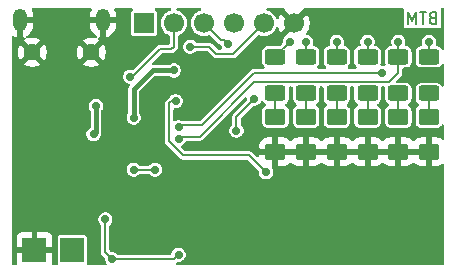
<source format=gbl>
G04 #@! TF.GenerationSoftware,KiCad,Pcbnew,9.0.1*
G04 #@! TF.CreationDate,2025-09-23T20:37:19+02:00*
G04 #@! TF.ProjectId,blikac-smd,626c696b-6163-42d7-936d-642e6b696361,rev?*
G04 #@! TF.SameCoordinates,Original*
G04 #@! TF.FileFunction,Copper,L2,Bot*
G04 #@! TF.FilePolarity,Positive*
%FSLAX46Y46*%
G04 Gerber Fmt 4.6, Leading zero omitted, Abs format (unit mm)*
G04 Created by KiCad (PCBNEW 9.0.1) date 2025-09-23 20:37:19*
%MOMM*%
%LPD*%
G01*
G04 APERTURE LIST*
G04 Aperture macros list*
%AMRoundRect*
0 Rectangle with rounded corners*
0 $1 Rounding radius*
0 $2 $3 $4 $5 $6 $7 $8 $9 X,Y pos of 4 corners*
0 Add a 4 corners polygon primitive as box body*
4,1,4,$2,$3,$4,$5,$6,$7,$8,$9,$2,$3,0*
0 Add four circle primitives for the rounded corners*
1,1,$1+$1,$2,$3*
1,1,$1+$1,$4,$5*
1,1,$1+$1,$6,$7*
1,1,$1+$1,$8,$9*
0 Add four rect primitives between the rounded corners*
20,1,$1+$1,$2,$3,$4,$5,0*
20,1,$1+$1,$4,$5,$6,$7,0*
20,1,$1+$1,$6,$7,$8,$9,0*
20,1,$1+$1,$8,$9,$2,$3,0*%
G04 Aperture macros list end*
%ADD10C,0.200000*%
G04 #@! TA.AperFunction,NonConductor*
%ADD11C,0.200000*%
G04 #@! TD*
G04 #@! TA.AperFunction,ComponentPad*
%ADD12R,2.000000X2.000000*%
G04 #@! TD*
G04 #@! TA.AperFunction,ComponentPad*
%ADD13R,1.700000X1.700000*%
G04 #@! TD*
G04 #@! TA.AperFunction,ComponentPad*
%ADD14C,1.700000*%
G04 #@! TD*
G04 #@! TA.AperFunction,HeatsinkPad*
%ADD15O,1.200000X1.900000*%
G04 #@! TD*
G04 #@! TA.AperFunction,HeatsinkPad*
%ADD16C,1.450000*%
G04 #@! TD*
G04 #@! TA.AperFunction,SMDPad,CuDef*
%ADD17RoundRect,0.250001X0.624999X-0.462499X0.624999X0.462499X-0.624999X0.462499X-0.624999X-0.462499X0*%
G04 #@! TD*
G04 #@! TA.AperFunction,SMDPad,CuDef*
%ADD18RoundRect,0.250000X0.625000X-0.400000X0.625000X0.400000X-0.625000X0.400000X-0.625000X-0.400000X0*%
G04 #@! TD*
G04 #@! TA.AperFunction,ViaPad*
%ADD19C,0.700000*%
G04 #@! TD*
G04 #@! TA.AperFunction,Conductor*
%ADD20C,0.400000*%
G04 #@! TD*
G04 #@! TA.AperFunction,Conductor*
%ADD21C,0.200000*%
G04 #@! TD*
G04 APERTURE END LIST*
D10*
D11*
X156496993Y-66743409D02*
X156354136Y-66791028D01*
X156354136Y-66791028D02*
X156306517Y-66838647D01*
X156306517Y-66838647D02*
X156258898Y-66933885D01*
X156258898Y-66933885D02*
X156258898Y-67076742D01*
X156258898Y-67076742D02*
X156306517Y-67171980D01*
X156306517Y-67171980D02*
X156354136Y-67219600D01*
X156354136Y-67219600D02*
X156449374Y-67267219D01*
X156449374Y-67267219D02*
X156830326Y-67267219D01*
X156830326Y-67267219D02*
X156830326Y-66267219D01*
X156830326Y-66267219D02*
X156496993Y-66267219D01*
X156496993Y-66267219D02*
X156401755Y-66314838D01*
X156401755Y-66314838D02*
X156354136Y-66362457D01*
X156354136Y-66362457D02*
X156306517Y-66457695D01*
X156306517Y-66457695D02*
X156306517Y-66552933D01*
X156306517Y-66552933D02*
X156354136Y-66648171D01*
X156354136Y-66648171D02*
X156401755Y-66695790D01*
X156401755Y-66695790D02*
X156496993Y-66743409D01*
X156496993Y-66743409D02*
X156830326Y-66743409D01*
X155973183Y-66267219D02*
X155401755Y-66267219D01*
X155687469Y-67267219D02*
X155687469Y-66267219D01*
X155068421Y-67267219D02*
X155068421Y-66267219D01*
X155068421Y-66267219D02*
X154735088Y-66981504D01*
X154735088Y-66981504D02*
X154401755Y-66267219D01*
X154401755Y-66267219D02*
X154401755Y-67267219D01*
D12*
X126000000Y-86400000D03*
X122800000Y-86400000D03*
D13*
X132060000Y-67200000D03*
D14*
X134600000Y-67200000D03*
X137140000Y-67200000D03*
X139680000Y-67200000D03*
X142220000Y-67200000D03*
X144760000Y-67200000D03*
D15*
X128600000Y-66962500D03*
D16*
X127600000Y-69662500D03*
X122600000Y-69662500D03*
D15*
X121600000Y-66962500D03*
D17*
X151000000Y-78087500D03*
X151000000Y-75112500D03*
D18*
X148400000Y-73150000D03*
X148400000Y-70050000D03*
D17*
X145800000Y-78087500D03*
X145800000Y-75112500D03*
D18*
X145800000Y-73150000D03*
X145800000Y-70050000D03*
D17*
X148400000Y-78087500D03*
X148400000Y-75112500D03*
D18*
X156200000Y-73150000D03*
X156200000Y-70050000D03*
D17*
X143200000Y-78087500D03*
X143200000Y-75112500D03*
X156200000Y-78087500D03*
X156200000Y-75112500D03*
X153600000Y-78087500D03*
X153600000Y-75112500D03*
D18*
X151000000Y-73150000D03*
X151000000Y-70050000D03*
X143200000Y-73150000D03*
X143200000Y-70050000D03*
X153600000Y-73150000D03*
X153600000Y-70050000D03*
D19*
X128000000Y-74200000D03*
X127800000Y-76600000D03*
X123400000Y-71600000D03*
X126200000Y-76200000D03*
X139800000Y-70600000D03*
X129600000Y-79200000D03*
X134400000Y-83200000D03*
X141400000Y-76800000D03*
X141600000Y-80400000D03*
X122400000Y-83400000D03*
X131200000Y-75200000D03*
X133000000Y-79600000D03*
X131200000Y-79600000D03*
X134600000Y-71200000D03*
X134749000Y-73800000D03*
X142400000Y-79800000D03*
X130901000Y-71723265D03*
X136000000Y-69200000D03*
X139200000Y-69000000D03*
X135000000Y-86800000D03*
X129400000Y-87200000D03*
X128800000Y-83800000D03*
X144400000Y-68800000D03*
X145800000Y-68800000D03*
X148400000Y-68800000D03*
X139900000Y-76300000D03*
X151000000Y-68800000D03*
X141400000Y-73600000D03*
X135000000Y-77000000D03*
X153600000Y-68800000D03*
X152200000Y-71400000D03*
X135000000Y-76000000D03*
X156200000Y-68800000D03*
D20*
X128000000Y-74200000D02*
X128000000Y-76400000D01*
X128000000Y-76400000D02*
X127800000Y-76600000D01*
X143200000Y-78087500D02*
X141912500Y-78087500D01*
X141912500Y-78087500D02*
X141400000Y-77575000D01*
X141400000Y-77575000D02*
X141400000Y-76800000D01*
X156200000Y-78087500D02*
X143200000Y-78087500D01*
D21*
X133000000Y-79600000D02*
X131200000Y-79600000D01*
D20*
X131200000Y-72800000D02*
X132800000Y-71200000D01*
X132800000Y-71200000D02*
X134600000Y-71200000D01*
X131200000Y-75200000D02*
X131200000Y-72800000D01*
D21*
X134399000Y-73800000D02*
X134200000Y-73999000D01*
X134749000Y-73800000D02*
X134399000Y-73800000D01*
X134200000Y-73999000D02*
X134200000Y-77200000D01*
X135400000Y-78400000D02*
X141000000Y-78400000D01*
X141000000Y-78400000D02*
X142400000Y-79800000D01*
X134200000Y-77200000D02*
X135400000Y-78400000D01*
X143200000Y-73150000D02*
X143200000Y-75112500D01*
X145800000Y-73150000D02*
X145800000Y-75112500D01*
X148400000Y-73150000D02*
X148400000Y-75112500D01*
X151000000Y-73150000D02*
X151000000Y-75112500D01*
X153600000Y-73150000D02*
X153600000Y-75112500D01*
X156200000Y-73150000D02*
X156200000Y-75112500D01*
X134400000Y-69400000D02*
X134600000Y-69200000D01*
X130901000Y-71723265D02*
X131076735Y-71723265D01*
X133400000Y-69400000D02*
X134400000Y-69400000D01*
X134600000Y-69200000D02*
X134600000Y-67200000D01*
X131076735Y-71723265D02*
X133400000Y-69400000D01*
X136000000Y-69200000D02*
X137600000Y-69200000D01*
X137600000Y-69200000D02*
X138200000Y-69800000D01*
X139620000Y-69800000D02*
X142220000Y-67200000D01*
X138200000Y-69800000D02*
X139620000Y-69800000D01*
X139200000Y-69000000D02*
X138860000Y-68660000D01*
X138860000Y-68660000D02*
X138600000Y-68660000D01*
X138600000Y-68660000D02*
X137140000Y-67200000D01*
X134600000Y-87200000D02*
X129400000Y-87200000D01*
X135000000Y-86800000D02*
X134600000Y-87200000D01*
X128800000Y-83800000D02*
X128800000Y-86600000D01*
X128800000Y-86600000D02*
X129400000Y-87200000D01*
X143200000Y-70050000D02*
X143200000Y-70000000D01*
X143200000Y-70000000D02*
X144400000Y-68800000D01*
X145800000Y-70050000D02*
X145800000Y-70000000D01*
X145800000Y-70000000D02*
X145800000Y-68800000D01*
X148400000Y-70050000D02*
X148400000Y-68800000D01*
X139900000Y-75100000D02*
X139900000Y-76300000D01*
X141400000Y-73600000D02*
X139900000Y-75100000D01*
X151000000Y-70050000D02*
X151000000Y-68800000D01*
X152800000Y-72200000D02*
X153600000Y-71400000D01*
X135000000Y-77000000D02*
X135200000Y-76800000D01*
X141400000Y-72200000D02*
X152800000Y-72200000D01*
X153600000Y-70050000D02*
X153600000Y-68800000D01*
X136800000Y-76800000D02*
X141400000Y-72200000D01*
X135200000Y-76800000D02*
X136800000Y-76800000D01*
X153600000Y-71400000D02*
X153600000Y-70050000D01*
X141400000Y-71400000D02*
X137000000Y-75800000D01*
X156200000Y-70050000D02*
X156200000Y-68800000D01*
X137000000Y-75800000D02*
X135200000Y-75800000D01*
X135200000Y-75800000D02*
X135000000Y-76000000D01*
X152200000Y-71400000D02*
X141400000Y-71400000D01*
G04 #@! TA.AperFunction,Conductor*
G36*
X127592913Y-65920185D02*
G01*
X127638668Y-65972989D01*
X127648612Y-66042147D01*
X127636359Y-66080795D01*
X127580591Y-66190242D01*
X127527085Y-66354915D01*
X127500000Y-66525928D01*
X127500000Y-66712500D01*
X128300000Y-66712500D01*
X128300000Y-67212500D01*
X127500000Y-67212500D01*
X127500000Y-67399071D01*
X127527085Y-67570084D01*
X127580591Y-67734757D01*
X127659195Y-67889024D01*
X127760967Y-68029102D01*
X127883397Y-68151532D01*
X128023483Y-68253310D01*
X128027627Y-68255849D01*
X128026718Y-68257331D01*
X128072056Y-68300141D01*
X128088860Y-68367959D01*
X128066330Y-68434097D01*
X128011621Y-68477555D01*
X127942101Y-68484536D01*
X127926656Y-68480595D01*
X127886858Y-68467664D01*
X127696409Y-68437500D01*
X127503591Y-68437500D01*
X127313143Y-68467664D01*
X127129765Y-68527246D01*
X127129762Y-68527247D01*
X126957955Y-68614788D01*
X126957950Y-68614792D01*
X126927771Y-68636716D01*
X126927771Y-68636719D01*
X127531828Y-69240774D01*
X127435956Y-69266463D01*
X127339044Y-69322416D01*
X127259916Y-69401544D01*
X127203963Y-69498456D01*
X127178274Y-69594327D01*
X126574219Y-68990271D01*
X126574216Y-68990271D01*
X126552292Y-69020450D01*
X126552288Y-69020455D01*
X126464747Y-69192262D01*
X126464746Y-69192265D01*
X126405164Y-69375643D01*
X126375000Y-69566090D01*
X126375000Y-69758909D01*
X126405164Y-69949356D01*
X126464746Y-70132734D01*
X126464747Y-70132737D01*
X126552288Y-70304543D01*
X126574217Y-70334727D01*
X126574218Y-70334727D01*
X127178274Y-69730671D01*
X127203963Y-69826544D01*
X127259916Y-69923456D01*
X127339044Y-70002584D01*
X127435956Y-70058537D01*
X127531827Y-70084225D01*
X126927771Y-70688280D01*
X126927771Y-70688281D01*
X126957957Y-70710212D01*
X127129762Y-70797752D01*
X127129765Y-70797753D01*
X127313143Y-70857335D01*
X127503591Y-70887500D01*
X127696409Y-70887500D01*
X127886856Y-70857335D01*
X128070234Y-70797753D01*
X128070237Y-70797752D01*
X128242040Y-70710213D01*
X128272227Y-70688280D01*
X128272228Y-70688280D01*
X127668173Y-70084225D01*
X127764044Y-70058537D01*
X127860956Y-70002584D01*
X127940084Y-69923456D01*
X127996037Y-69826544D01*
X128021725Y-69730673D01*
X128625780Y-70334728D01*
X128625780Y-70334727D01*
X128647713Y-70304540D01*
X128735252Y-70132737D01*
X128735253Y-70132734D01*
X128794835Y-69949356D01*
X128825000Y-69758909D01*
X128825000Y-69566090D01*
X128794835Y-69375643D01*
X128735253Y-69192265D01*
X128735252Y-69192262D01*
X128647712Y-69020457D01*
X128625781Y-68990271D01*
X128625780Y-68990271D01*
X128021725Y-69594326D01*
X127996037Y-69498456D01*
X127940084Y-69401544D01*
X127860956Y-69322416D01*
X127764044Y-69266463D01*
X127668172Y-69240774D01*
X128272227Y-68636718D01*
X128272227Y-68636717D01*
X128242040Y-68614786D01*
X128226713Y-68606976D01*
X128175918Y-68559000D01*
X128159125Y-68491179D01*
X128181664Y-68425045D01*
X128236381Y-68381595D01*
X128305902Y-68374624D01*
X128321332Y-68378563D01*
X128342416Y-68385414D01*
X128342414Y-68385414D01*
X128349999Y-68386615D01*
X128350000Y-68386614D01*
X128350000Y-67479488D01*
X128359940Y-67496705D01*
X128415795Y-67552560D01*
X128484204Y-67592056D01*
X128560504Y-67612500D01*
X128639496Y-67612500D01*
X128715796Y-67592056D01*
X128784205Y-67552560D01*
X128840060Y-67496705D01*
X128850000Y-67479488D01*
X128850000Y-68386615D01*
X128857584Y-68385414D01*
X129022255Y-68331908D01*
X129176524Y-68253304D01*
X129316602Y-68151532D01*
X129439032Y-68029102D01*
X129540804Y-67889024D01*
X129619408Y-67734757D01*
X129672914Y-67570084D01*
X129700000Y-67399071D01*
X129700000Y-67212500D01*
X128900000Y-67212500D01*
X128900000Y-66712500D01*
X129700000Y-66712500D01*
X129700000Y-66525928D01*
X129672914Y-66354915D01*
X129619408Y-66190242D01*
X129563641Y-66080795D01*
X129550745Y-66012126D01*
X129577021Y-65947386D01*
X129634127Y-65907128D01*
X129674126Y-65900500D01*
X131023063Y-65900500D01*
X131090102Y-65920185D01*
X131135857Y-65972989D01*
X131145801Y-66042147D01*
X131116776Y-66105703D01*
X131091955Y-66127600D01*
X131029399Y-66169399D01*
X130974033Y-66252260D01*
X130974032Y-66252264D01*
X130959500Y-66325321D01*
X130959500Y-68074678D01*
X130974032Y-68147735D01*
X130974033Y-68147739D01*
X130977915Y-68153549D01*
X131029399Y-68230601D01*
X131103632Y-68280201D01*
X131112260Y-68285966D01*
X131112264Y-68285967D01*
X131185321Y-68300499D01*
X131185324Y-68300500D01*
X131185326Y-68300500D01*
X132934676Y-68300500D01*
X132934677Y-68300499D01*
X133007740Y-68285966D01*
X133090601Y-68230601D01*
X133145966Y-68147740D01*
X133160500Y-68074674D01*
X133160500Y-66325326D01*
X133160500Y-66325323D01*
X133160499Y-66325321D01*
X133145967Y-66252264D01*
X133145966Y-66252260D01*
X133090601Y-66169399D01*
X133028045Y-66127601D01*
X132983241Y-66073991D01*
X132974534Y-66004666D01*
X133004688Y-65941638D01*
X133064131Y-65904918D01*
X133096937Y-65900500D01*
X134255253Y-65900500D01*
X134322292Y-65920185D01*
X134368047Y-65972989D01*
X134377991Y-66042147D01*
X134348966Y-66105703D01*
X134293571Y-66142430D01*
X134210572Y-66169399D01*
X134177552Y-66180128D01*
X134023211Y-66258768D01*
X133949256Y-66312500D01*
X133883072Y-66360586D01*
X133883070Y-66360588D01*
X133883069Y-66360588D01*
X133760588Y-66483069D01*
X133760588Y-66483070D01*
X133760586Y-66483072D01*
X133750682Y-66496704D01*
X133658768Y-66623211D01*
X133580128Y-66777552D01*
X133526597Y-66942302D01*
X133499500Y-67113389D01*
X133499500Y-67286610D01*
X133526597Y-67457697D01*
X133526597Y-67457699D01*
X133526598Y-67457701D01*
X133580127Y-67622445D01*
X133658768Y-67776788D01*
X133760586Y-67916928D01*
X133883072Y-68039414D01*
X133931606Y-68074676D01*
X134023213Y-68141233D01*
X134181794Y-68222033D01*
X134232591Y-68270007D01*
X134249500Y-68332518D01*
X134249500Y-68925500D01*
X134229815Y-68992539D01*
X134177011Y-69038294D01*
X134125500Y-69049500D01*
X133353856Y-69049500D01*
X133264712Y-69073386D01*
X133264709Y-69073387D01*
X133184791Y-69119527D01*
X133184786Y-69119531D01*
X131189593Y-71114723D01*
X131128270Y-71148208D01*
X131069820Y-71146817D01*
X130980057Y-71122765D01*
X130821943Y-71122765D01*
X130669216Y-71163688D01*
X130669209Y-71163691D01*
X130532290Y-71242740D01*
X130532282Y-71242746D01*
X130420481Y-71354547D01*
X130420475Y-71354555D01*
X130341426Y-71491474D01*
X130341423Y-71491481D01*
X130300500Y-71644208D01*
X130300500Y-71802322D01*
X130313142Y-71849500D01*
X130341423Y-71955048D01*
X130341426Y-71955055D01*
X130420475Y-72091974D01*
X130420479Y-72091979D01*
X130420480Y-72091981D01*
X130532284Y-72203785D01*
X130532286Y-72203786D01*
X130532290Y-72203789D01*
X130622566Y-72255909D01*
X130669216Y-72282842D01*
X130785779Y-72314075D01*
X130845439Y-72350439D01*
X130875968Y-72413286D01*
X130867673Y-72482661D01*
X130841372Y-72521524D01*
X130839516Y-72523379D01*
X130839509Y-72523389D01*
X130780201Y-72626112D01*
X130780200Y-72626117D01*
X130749500Y-72740691D01*
X130749500Y-74750069D01*
X130729815Y-74817108D01*
X130723875Y-74825557D01*
X130719475Y-74831290D01*
X130640426Y-74968209D01*
X130640423Y-74968216D01*
X130599500Y-75120943D01*
X130599500Y-75279057D01*
X130635439Y-75413181D01*
X130640423Y-75431783D01*
X130640426Y-75431790D01*
X130719475Y-75568709D01*
X130719479Y-75568714D01*
X130719480Y-75568716D01*
X130831284Y-75680520D01*
X130831286Y-75680521D01*
X130831290Y-75680524D01*
X130951458Y-75749902D01*
X130968216Y-75759577D01*
X131120943Y-75800500D01*
X131120945Y-75800500D01*
X131279055Y-75800500D01*
X131279057Y-75800500D01*
X131431784Y-75759577D01*
X131568716Y-75680520D01*
X131680520Y-75568716D01*
X131759577Y-75431784D01*
X131800500Y-75279057D01*
X131800500Y-75120943D01*
X131759577Y-74968216D01*
X131751420Y-74954087D01*
X131680524Y-74831290D01*
X131680521Y-74831287D01*
X131680520Y-74831284D01*
X131680517Y-74831281D01*
X131676125Y-74825557D01*
X131650930Y-74760388D01*
X131650500Y-74750069D01*
X131650500Y-73037965D01*
X131670185Y-72970926D01*
X131686819Y-72950284D01*
X132950285Y-71686819D01*
X133011608Y-71653334D01*
X133037966Y-71650500D01*
X134150069Y-71650500D01*
X134217108Y-71670185D01*
X134225557Y-71676125D01*
X134231281Y-71680517D01*
X134231284Y-71680520D01*
X134231287Y-71680521D01*
X134231290Y-71680524D01*
X134352494Y-71750500D01*
X134368216Y-71759577D01*
X134520943Y-71800500D01*
X134520945Y-71800500D01*
X134679055Y-71800500D01*
X134679057Y-71800500D01*
X134831784Y-71759577D01*
X134968716Y-71680520D01*
X135080520Y-71568716D01*
X135159577Y-71431784D01*
X135200500Y-71279057D01*
X135200500Y-71120943D01*
X135159577Y-70968216D01*
X135155818Y-70961705D01*
X135080524Y-70831290D01*
X135080518Y-70831282D01*
X134968717Y-70719481D01*
X134968709Y-70719475D01*
X134831790Y-70640426D01*
X134831786Y-70640424D01*
X134831784Y-70640423D01*
X134679057Y-70599500D01*
X134520943Y-70599500D01*
X134368216Y-70640423D01*
X134368209Y-70640426D01*
X134231290Y-70719475D01*
X134225557Y-70723875D01*
X134160388Y-70749070D01*
X134150069Y-70749500D01*
X132845544Y-70749500D01*
X132778505Y-70729815D01*
X132732750Y-70677011D01*
X132722806Y-70607853D01*
X132751831Y-70544297D01*
X132757863Y-70537819D01*
X133508863Y-69786819D01*
X133570186Y-69753334D01*
X133596544Y-69750500D01*
X134446142Y-69750500D01*
X134446144Y-69750500D01*
X134535288Y-69726614D01*
X134547556Y-69719531D01*
X134615212Y-69680470D01*
X134880470Y-69415212D01*
X134926614Y-69335288D01*
X134950500Y-69246143D01*
X134950500Y-69153856D01*
X134950500Y-68332518D01*
X134970185Y-68265479D01*
X135018206Y-68222033D01*
X135176786Y-68141233D01*
X135176785Y-68141233D01*
X135176788Y-68141232D01*
X135316928Y-68039414D01*
X135439414Y-67916928D01*
X135541232Y-67776788D01*
X135619873Y-67622445D01*
X135673402Y-67457701D01*
X135700500Y-67286611D01*
X135700500Y-67113389D01*
X135673402Y-66942299D01*
X135619873Y-66777555D01*
X135541232Y-66623212D01*
X135439414Y-66483072D01*
X135316928Y-66360586D01*
X135176788Y-66258768D01*
X135022445Y-66180127D01*
X134906428Y-66142430D01*
X134848753Y-66102993D01*
X134821555Y-66038635D01*
X134833470Y-65969788D01*
X134880714Y-65918313D01*
X134944747Y-65900500D01*
X136795253Y-65900500D01*
X136862292Y-65920185D01*
X136908047Y-65972989D01*
X136917991Y-66042147D01*
X136888966Y-66105703D01*
X136833571Y-66142430D01*
X136750572Y-66169399D01*
X136717552Y-66180128D01*
X136563211Y-66258768D01*
X136489256Y-66312500D01*
X136423072Y-66360586D01*
X136423070Y-66360588D01*
X136423069Y-66360588D01*
X136300588Y-66483069D01*
X136300588Y-66483070D01*
X136300586Y-66483072D01*
X136290682Y-66496704D01*
X136198768Y-66623211D01*
X136120128Y-66777552D01*
X136066597Y-66942302D01*
X136039500Y-67113389D01*
X136039500Y-67286610D01*
X136066597Y-67457697D01*
X136066597Y-67457699D01*
X136066598Y-67457701D01*
X136120127Y-67622445D01*
X136198768Y-67776788D01*
X136300586Y-67916928D01*
X136423072Y-68039414D01*
X136563212Y-68141232D01*
X136717555Y-68219873D01*
X136882299Y-68273402D01*
X137053389Y-68300500D01*
X137053390Y-68300500D01*
X137226610Y-68300500D01*
X137226611Y-68300500D01*
X137397701Y-68273402D01*
X137562445Y-68219873D01*
X137562447Y-68219871D01*
X137566971Y-68218402D01*
X137636812Y-68216407D01*
X137692970Y-68248652D01*
X138384788Y-68940470D01*
X138464712Y-68986614D01*
X138514088Y-68999844D01*
X138520989Y-69004050D01*
X138529032Y-69004886D01*
X138550390Y-69021971D01*
X138573747Y-69036207D01*
X138578680Y-69044600D01*
X138583593Y-69048530D01*
X138593568Y-69069931D01*
X138599506Y-69080033D01*
X138600755Y-69083741D01*
X138640423Y-69231784D01*
X138664914Y-69274204D01*
X138668859Y-69285915D01*
X138669765Y-69308973D01*
X138675207Y-69331401D01*
X138671113Y-69343228D01*
X138671605Y-69355731D01*
X138659902Y-69375618D01*
X138652354Y-69397427D01*
X138642517Y-69405162D01*
X138636171Y-69415948D01*
X138615574Y-69426351D01*
X138597433Y-69440618D01*
X138581095Y-69443766D01*
X138573805Y-69447449D01*
X138566126Y-69446651D01*
X138551347Y-69449500D01*
X138396544Y-69449500D01*
X138329505Y-69429815D01*
X138308863Y-69413181D01*
X137815213Y-68919531D01*
X137815208Y-68919527D01*
X137735290Y-68873387D01*
X137735289Y-68873386D01*
X137735288Y-68873386D01*
X137646144Y-68849500D01*
X137646143Y-68849500D01*
X136550098Y-68849500D01*
X136483059Y-68829815D01*
X136462417Y-68813181D01*
X136368717Y-68719481D01*
X136368709Y-68719475D01*
X136231790Y-68640426D01*
X136231786Y-68640424D01*
X136231784Y-68640423D01*
X136079057Y-68599500D01*
X135920943Y-68599500D01*
X135768216Y-68640423D01*
X135768209Y-68640426D01*
X135631290Y-68719475D01*
X135631282Y-68719481D01*
X135519481Y-68831282D01*
X135519475Y-68831290D01*
X135440426Y-68968209D01*
X135440423Y-68968216D01*
X135399500Y-69120943D01*
X135399500Y-69279057D01*
X135439896Y-69429815D01*
X135440423Y-69431783D01*
X135440426Y-69431790D01*
X135519475Y-69568709D01*
X135519479Y-69568714D01*
X135519480Y-69568716D01*
X135631284Y-69680520D01*
X135631286Y-69680521D01*
X135631290Y-69680524D01*
X135752492Y-69750499D01*
X135768216Y-69759577D01*
X135920943Y-69800500D01*
X135920945Y-69800500D01*
X136079055Y-69800500D01*
X136079057Y-69800500D01*
X136231784Y-69759577D01*
X136368716Y-69680520D01*
X136462417Y-69586819D01*
X136523740Y-69553334D01*
X136550098Y-69550500D01*
X137403456Y-69550500D01*
X137470495Y-69570185D01*
X137491137Y-69586819D01*
X137984788Y-70080470D01*
X138064712Y-70126614D01*
X138153856Y-70150500D01*
X138153858Y-70150500D01*
X139666142Y-70150500D01*
X139666144Y-70150500D01*
X139755288Y-70126614D01*
X139835212Y-70080470D01*
X141667030Y-68248649D01*
X141728351Y-68215166D01*
X141793028Y-68218401D01*
X141797549Y-68219869D01*
X141797555Y-68219873D01*
X141962299Y-68273402D01*
X142133389Y-68300500D01*
X142133390Y-68300500D01*
X142306610Y-68300500D01*
X142306611Y-68300500D01*
X142477701Y-68273402D01*
X142642445Y-68219873D01*
X142796788Y-68141232D01*
X142936928Y-68039414D01*
X143059414Y-67916928D01*
X143161232Y-67776788D01*
X143239873Y-67622445D01*
X143240896Y-67619294D01*
X143241610Y-67618250D01*
X143241734Y-67617952D01*
X143241796Y-67617977D01*
X143280327Y-67561618D01*
X143344683Y-67534415D01*
X143413530Y-67546323D01*
X143465011Y-67593562D01*
X143476760Y-67619287D01*
X143508904Y-67718217D01*
X143605375Y-67907550D01*
X143644728Y-67961716D01*
X144277037Y-67329408D01*
X144294075Y-67392993D01*
X144359901Y-67507007D01*
X144452993Y-67600099D01*
X144567007Y-67665925D01*
X144630590Y-67682962D01*
X143990059Y-68323493D01*
X143982148Y-68361153D01*
X143960576Y-68390186D01*
X143919479Y-68431283D01*
X143840426Y-68568209D01*
X143840423Y-68568216D01*
X143799500Y-68720943D01*
X143799500Y-68853456D01*
X143790855Y-68882896D01*
X143784332Y-68912883D01*
X143780577Y-68917898D01*
X143779815Y-68920495D01*
X143763181Y-68941137D01*
X143591136Y-69113181D01*
X143529813Y-69146666D01*
X143503455Y-69149500D01*
X142527129Y-69149500D01*
X142527123Y-69149501D01*
X142467516Y-69155908D01*
X142332671Y-69206202D01*
X142332664Y-69206206D01*
X142217455Y-69292452D01*
X142217452Y-69292455D01*
X142131206Y-69407664D01*
X142131202Y-69407671D01*
X142080908Y-69542517D01*
X142074501Y-69602116D01*
X142074501Y-69602123D01*
X142074500Y-69602135D01*
X142074500Y-70497870D01*
X142074501Y-70497876D01*
X142080908Y-70557483D01*
X142131202Y-70692328D01*
X142131206Y-70692335D01*
X142217452Y-70807544D01*
X142217453Y-70807544D01*
X142217454Y-70807546D01*
X142222075Y-70811005D01*
X142242418Y-70826234D01*
X142284288Y-70882168D01*
X142289272Y-70951860D01*
X142255786Y-71013182D01*
X142194462Y-71046667D01*
X142168106Y-71049500D01*
X141353856Y-71049500D01*
X141264712Y-71073386D01*
X141264709Y-71073387D01*
X141184791Y-71119527D01*
X141184786Y-71119531D01*
X136891137Y-75413181D01*
X136829814Y-75446666D01*
X136803456Y-75449500D01*
X135278363Y-75449500D01*
X135239820Y-75441834D01*
X135239635Y-75442527D01*
X135231785Y-75440423D01*
X135231784Y-75440423D01*
X135079057Y-75399500D01*
X134920943Y-75399500D01*
X134768216Y-75440423D01*
X134768213Y-75440424D01*
X134736497Y-75458735D01*
X134668597Y-75475205D01*
X134602571Y-75452352D01*
X134559381Y-75397429D01*
X134550500Y-75351346D01*
X134550500Y-74524500D01*
X134570185Y-74457461D01*
X134622989Y-74411706D01*
X134674500Y-74400500D01*
X134828055Y-74400500D01*
X134828057Y-74400500D01*
X134980784Y-74359577D01*
X135117716Y-74280520D01*
X135229520Y-74168716D01*
X135308577Y-74031784D01*
X135349500Y-73879057D01*
X135349500Y-73720943D01*
X135308577Y-73568216D01*
X135280469Y-73519531D01*
X135229524Y-73431290D01*
X135229518Y-73431282D01*
X135117717Y-73319481D01*
X135117709Y-73319475D01*
X134980790Y-73240426D01*
X134980786Y-73240424D01*
X134980784Y-73240423D01*
X134828057Y-73199500D01*
X134669943Y-73199500D01*
X134517216Y-73240423D01*
X134517209Y-73240426D01*
X134380290Y-73319475D01*
X134380286Y-73319478D01*
X134268479Y-73431284D01*
X134251013Y-73461536D01*
X134205633Y-73506917D01*
X134183783Y-73519533D01*
X133919532Y-73783785D01*
X133919525Y-73783794D01*
X133890440Y-73834172D01*
X133890439Y-73834174D01*
X133883662Y-73845913D01*
X133873386Y-73863712D01*
X133849500Y-73952856D01*
X133849500Y-73963838D01*
X133849500Y-77246146D01*
X133858697Y-77280467D01*
X133858698Y-77280471D01*
X133873384Y-77335285D01*
X133873385Y-77335286D01*
X133919527Y-77415208D01*
X133919529Y-77415211D01*
X133919530Y-77415212D01*
X135119531Y-78615212D01*
X135184788Y-78680469D01*
X135184791Y-78680470D01*
X135184794Y-78680473D01*
X135264706Y-78726611D01*
X135264707Y-78726611D01*
X135264712Y-78726614D01*
X135353856Y-78750500D01*
X140803456Y-78750500D01*
X140870495Y-78770185D01*
X140891137Y-78786819D01*
X141763181Y-79658863D01*
X141796666Y-79720186D01*
X141799500Y-79746544D01*
X141799500Y-79879057D01*
X141823525Y-79968717D01*
X141840423Y-80031783D01*
X141840426Y-80031790D01*
X141919475Y-80168709D01*
X141919479Y-80168714D01*
X141919480Y-80168716D01*
X142031284Y-80280520D01*
X142031286Y-80280521D01*
X142031290Y-80280524D01*
X142168209Y-80359573D01*
X142168216Y-80359577D01*
X142320943Y-80400500D01*
X142320945Y-80400500D01*
X142479055Y-80400500D01*
X142479057Y-80400500D01*
X142631784Y-80359577D01*
X142768716Y-80280520D01*
X142880520Y-80168716D01*
X142959577Y-80031784D01*
X143000500Y-79879057D01*
X143000500Y-79720943D01*
X142959577Y-79568216D01*
X142905470Y-79474500D01*
X142888999Y-79406601D01*
X142911852Y-79340574D01*
X142925178Y-79324820D01*
X142949998Y-79300000D01*
X143450000Y-79300000D01*
X143874973Y-79300000D01*
X143874985Y-79299999D01*
X143977689Y-79289506D01*
X143977696Y-79289505D01*
X144144118Y-79234358D01*
X144144123Y-79234356D01*
X144293344Y-79142315D01*
X144412319Y-79023341D01*
X144473642Y-78989856D01*
X144543334Y-78994840D01*
X144587681Y-79023341D01*
X144706655Y-79142315D01*
X144855876Y-79234356D01*
X144855881Y-79234358D01*
X145022303Y-79289505D01*
X145022310Y-79289506D01*
X145125014Y-79299999D01*
X145125027Y-79300000D01*
X145550000Y-79300000D01*
X146050000Y-79300000D01*
X146474973Y-79300000D01*
X146474985Y-79299999D01*
X146577689Y-79289506D01*
X146577696Y-79289505D01*
X146744118Y-79234358D01*
X146744123Y-79234356D01*
X146893344Y-79142315D01*
X147012319Y-79023341D01*
X147073642Y-78989856D01*
X147143334Y-78994840D01*
X147187681Y-79023341D01*
X147306655Y-79142315D01*
X147455876Y-79234356D01*
X147455881Y-79234358D01*
X147622303Y-79289505D01*
X147622310Y-79289506D01*
X147725014Y-79299999D01*
X147725027Y-79300000D01*
X148150000Y-79300000D01*
X148650000Y-79300000D01*
X149074973Y-79300000D01*
X149074985Y-79299999D01*
X149177689Y-79289506D01*
X149177696Y-79289505D01*
X149344118Y-79234358D01*
X149344123Y-79234356D01*
X149493344Y-79142315D01*
X149612319Y-79023341D01*
X149673642Y-78989856D01*
X149743334Y-78994840D01*
X149787681Y-79023341D01*
X149906655Y-79142315D01*
X150055876Y-79234356D01*
X150055881Y-79234358D01*
X150222303Y-79289505D01*
X150222310Y-79289506D01*
X150325014Y-79299999D01*
X150325027Y-79300000D01*
X150750000Y-79300000D01*
X151250000Y-79300000D01*
X151674973Y-79300000D01*
X151674985Y-79299999D01*
X151777689Y-79289506D01*
X151777696Y-79289505D01*
X151944118Y-79234358D01*
X151944123Y-79234356D01*
X152093344Y-79142315D01*
X152212319Y-79023341D01*
X152273642Y-78989856D01*
X152343334Y-78994840D01*
X152387681Y-79023341D01*
X152506655Y-79142315D01*
X152655876Y-79234356D01*
X152655881Y-79234358D01*
X152822303Y-79289505D01*
X152822310Y-79289506D01*
X152925014Y-79299999D01*
X152925027Y-79300000D01*
X153350000Y-79300000D01*
X153850000Y-79300000D01*
X154274973Y-79300000D01*
X154274985Y-79299999D01*
X154377689Y-79289506D01*
X154377696Y-79289505D01*
X154544118Y-79234358D01*
X154544123Y-79234356D01*
X154693344Y-79142315D01*
X154812319Y-79023341D01*
X154873642Y-78989856D01*
X154943334Y-78994840D01*
X154987681Y-79023341D01*
X155106655Y-79142315D01*
X155255876Y-79234356D01*
X155255881Y-79234358D01*
X155422303Y-79289505D01*
X155422310Y-79289506D01*
X155525014Y-79299999D01*
X155525027Y-79300000D01*
X155950000Y-79300000D01*
X155950000Y-78337500D01*
X153850000Y-78337500D01*
X153850000Y-79300000D01*
X153350000Y-79300000D01*
X153350000Y-78337500D01*
X151250000Y-78337500D01*
X151250000Y-79300000D01*
X150750000Y-79300000D01*
X150750000Y-78337500D01*
X148650000Y-78337500D01*
X148650000Y-79300000D01*
X148150000Y-79300000D01*
X148150000Y-78337500D01*
X146050000Y-78337500D01*
X146050000Y-79300000D01*
X145550000Y-79300000D01*
X145550000Y-78337500D01*
X143450000Y-78337500D01*
X143450000Y-79300000D01*
X142949998Y-79300000D01*
X142950000Y-79299998D01*
X142950000Y-78337500D01*
X141825000Y-78337500D01*
X141825000Y-78429956D01*
X141805315Y-78496995D01*
X141752511Y-78542750D01*
X141683353Y-78552694D01*
X141619797Y-78523669D01*
X141613319Y-78517637D01*
X141215213Y-78119531D01*
X141215208Y-78119527D01*
X141135290Y-78073387D01*
X141135289Y-78073386D01*
X141135288Y-78073386D01*
X141046144Y-78049500D01*
X141046143Y-78049500D01*
X135596543Y-78049500D01*
X135529504Y-78029815D01*
X135508862Y-78013181D01*
X135234139Y-77738458D01*
X135222699Y-77717508D01*
X135207592Y-77699026D01*
X135206260Y-77687402D01*
X135200654Y-77677135D01*
X135202356Y-77653325D01*
X135199640Y-77629611D01*
X135204803Y-77619113D01*
X135205638Y-77607443D01*
X135219943Y-77588333D01*
X135226495Y-77575014D01*
X141825000Y-77575014D01*
X141825000Y-77837500D01*
X142950000Y-77837500D01*
X143450000Y-77837500D01*
X145550000Y-77837500D01*
X146050000Y-77837500D01*
X148150000Y-77837500D01*
X148650000Y-77837500D01*
X150750000Y-77837500D01*
X151250000Y-77837500D01*
X153350000Y-77837500D01*
X153850000Y-77837500D01*
X155950000Y-77837500D01*
X155950000Y-76875000D01*
X155525014Y-76875000D01*
X155422310Y-76885493D01*
X155422303Y-76885494D01*
X155255881Y-76940641D01*
X155255876Y-76940643D01*
X155106655Y-77032684D01*
X154987681Y-77151659D01*
X154926358Y-77185144D01*
X154856666Y-77180160D01*
X154812319Y-77151659D01*
X154693344Y-77032684D01*
X154544123Y-76940643D01*
X154544118Y-76940641D01*
X154377696Y-76885494D01*
X154377689Y-76885493D01*
X154274985Y-76875000D01*
X153850000Y-76875000D01*
X153850000Y-77837500D01*
X153350000Y-77837500D01*
X153350000Y-76875000D01*
X152925014Y-76875000D01*
X152822310Y-76885493D01*
X152822303Y-76885494D01*
X152655881Y-76940641D01*
X152655876Y-76940643D01*
X152506655Y-77032684D01*
X152387681Y-77151659D01*
X152326358Y-77185144D01*
X152256666Y-77180160D01*
X152212319Y-77151659D01*
X152093344Y-77032684D01*
X151944123Y-76940643D01*
X151944118Y-76940641D01*
X151777696Y-76885494D01*
X151777689Y-76885493D01*
X151674985Y-76875000D01*
X151250000Y-76875000D01*
X151250000Y-77837500D01*
X150750000Y-77837500D01*
X150750000Y-76875000D01*
X150325014Y-76875000D01*
X150222310Y-76885493D01*
X150222303Y-76885494D01*
X150055881Y-76940641D01*
X150055876Y-76940643D01*
X149906655Y-77032684D01*
X149787681Y-77151659D01*
X149726358Y-77185144D01*
X149656666Y-77180160D01*
X149612319Y-77151659D01*
X149493344Y-77032684D01*
X149344123Y-76940643D01*
X149344118Y-76940641D01*
X149177696Y-76885494D01*
X149177689Y-76885493D01*
X149074985Y-76875000D01*
X148650000Y-76875000D01*
X148650000Y-77837500D01*
X148150000Y-77837500D01*
X148150000Y-76875000D01*
X147725014Y-76875000D01*
X147622310Y-76885493D01*
X147622303Y-76885494D01*
X147455881Y-76940641D01*
X147455876Y-76940643D01*
X147306655Y-77032684D01*
X147187681Y-77151659D01*
X147126358Y-77185144D01*
X147056666Y-77180160D01*
X147012319Y-77151659D01*
X146893344Y-77032684D01*
X146744123Y-76940643D01*
X146744118Y-76940641D01*
X146577696Y-76885494D01*
X146577689Y-76885493D01*
X146474985Y-76875000D01*
X146050000Y-76875000D01*
X146050000Y-77837500D01*
X145550000Y-77837500D01*
X145550000Y-76875000D01*
X145125014Y-76875000D01*
X145022310Y-76885493D01*
X145022303Y-76885494D01*
X144855881Y-76940641D01*
X144855876Y-76940643D01*
X144706655Y-77032684D01*
X144587681Y-77151659D01*
X144526358Y-77185144D01*
X144456666Y-77180160D01*
X144412319Y-77151659D01*
X144293344Y-77032684D01*
X144144123Y-76940643D01*
X144144118Y-76940641D01*
X143977696Y-76885494D01*
X143977689Y-76885493D01*
X143874985Y-76875000D01*
X143450000Y-76875000D01*
X143450000Y-77837500D01*
X142950000Y-77837500D01*
X142950000Y-76875000D01*
X142525014Y-76875000D01*
X142422310Y-76885493D01*
X142422303Y-76885494D01*
X142255881Y-76940641D01*
X142255876Y-76940643D01*
X142106655Y-77032684D01*
X141982684Y-77156655D01*
X141890643Y-77305876D01*
X141890641Y-77305881D01*
X141835494Y-77472303D01*
X141835493Y-77472310D01*
X141825000Y-77575014D01*
X135226495Y-77575014D01*
X135230479Y-77566915D01*
X135244233Y-77555886D01*
X135247510Y-77551510D01*
X135257805Y-77544578D01*
X135258751Y-77544007D01*
X135368716Y-77480520D01*
X135480520Y-77368716D01*
X135499821Y-77335285D01*
X135559576Y-77231786D01*
X135561539Y-77227048D01*
X135605380Y-77172644D01*
X135671674Y-77150579D01*
X135676100Y-77150500D01*
X136846142Y-77150500D01*
X136846144Y-77150500D01*
X136935288Y-77126614D01*
X137015212Y-77080470D01*
X140587819Y-73507861D01*
X140607255Y-73497249D01*
X140623989Y-73482749D01*
X140637320Y-73480832D01*
X140649142Y-73474377D01*
X140671228Y-73475956D01*
X140693147Y-73472805D01*
X140705398Y-73478400D01*
X140718834Y-73479361D01*
X140736560Y-73492631D01*
X140756703Y-73501830D01*
X140763985Y-73513161D01*
X140774767Y-73521233D01*
X140782504Y-73541978D01*
X140794477Y-73560608D01*
X140797628Y-73582526D01*
X140799184Y-73586697D01*
X140799500Y-73595543D01*
X140799500Y-73653456D01*
X140779815Y-73720495D01*
X140763181Y-73741137D01*
X139619532Y-74884785D01*
X139619530Y-74884788D01*
X139579520Y-74954087D01*
X139579519Y-74954089D01*
X139579518Y-74954088D01*
X139573388Y-74964707D01*
X139573387Y-74964709D01*
X139573386Y-74964712D01*
X139549500Y-75053856D01*
X139549500Y-75053858D01*
X139549500Y-75749902D01*
X139529815Y-75816941D01*
X139513181Y-75837583D01*
X139419481Y-75931282D01*
X139419475Y-75931290D01*
X139340426Y-76068209D01*
X139340423Y-76068216D01*
X139299500Y-76220943D01*
X139299500Y-76379057D01*
X139336174Y-76515924D01*
X139340423Y-76531783D01*
X139340426Y-76531790D01*
X139419475Y-76668709D01*
X139419479Y-76668714D01*
X139419480Y-76668716D01*
X139531284Y-76780520D01*
X139531286Y-76780521D01*
X139531290Y-76780524D01*
X139620087Y-76831790D01*
X139668216Y-76859577D01*
X139820943Y-76900500D01*
X139820945Y-76900500D01*
X139979055Y-76900500D01*
X139979057Y-76900500D01*
X140131784Y-76859577D01*
X140268716Y-76780520D01*
X140380520Y-76668716D01*
X140459577Y-76531784D01*
X140500500Y-76379057D01*
X140500500Y-76220943D01*
X140459577Y-76068216D01*
X140449769Y-76051228D01*
X140380524Y-75931290D01*
X140380518Y-75931282D01*
X140286819Y-75837583D01*
X140253334Y-75776260D01*
X140250500Y-75749902D01*
X140250500Y-75296542D01*
X140270185Y-75229503D01*
X140286814Y-75208865D01*
X141258861Y-74236818D01*
X141320184Y-74203334D01*
X141346542Y-74200500D01*
X141479055Y-74200500D01*
X141479057Y-74200500D01*
X141631784Y-74159577D01*
X141768716Y-74080520D01*
X141880520Y-73968716D01*
X141953174Y-73842873D01*
X142003738Y-73794661D01*
X142072344Y-73781437D01*
X142137210Y-73807404D01*
X142159825Y-73830564D01*
X142217455Y-73907547D01*
X142339769Y-73999112D01*
X142338070Y-74001381D01*
X142377264Y-74040580D01*
X142392111Y-74108854D01*
X142367690Y-74174317D01*
X142338691Y-74199448D01*
X142339770Y-74200889D01*
X142217454Y-74292454D01*
X142131204Y-74407670D01*
X142131202Y-74407672D01*
X142080908Y-74542518D01*
X142074501Y-74602117D01*
X142074500Y-74602136D01*
X142074500Y-75622863D01*
X142074501Y-75622882D01*
X142080908Y-75682481D01*
X142131202Y-75817327D01*
X142131203Y-75817328D01*
X142131204Y-75817330D01*
X142217454Y-75932546D01*
X142332670Y-76018796D01*
X142332671Y-76018796D01*
X142332672Y-76018797D01*
X142467518Y-76069091D01*
X142467517Y-76069091D01*
X142474445Y-76069835D01*
X142527128Y-76075500D01*
X142527137Y-76075500D01*
X143872863Y-76075500D01*
X143872872Y-76075500D01*
X143932482Y-76069091D01*
X144067330Y-76018796D01*
X144182546Y-75932546D01*
X144268796Y-75817330D01*
X144319091Y-75682482D01*
X144325500Y-75622872D01*
X144325500Y-74602128D01*
X144319091Y-74542518D01*
X144271197Y-74414107D01*
X144268797Y-74407672D01*
X144268796Y-74407671D01*
X144268796Y-74407670D01*
X144182546Y-74292454D01*
X144067330Y-74206204D01*
X144067329Y-74206203D01*
X144060230Y-74200889D01*
X144061929Y-74198619D01*
X144022735Y-74159420D01*
X144007888Y-74091146D01*
X144032309Y-74025683D01*
X144061311Y-74000555D01*
X144060231Y-73999112D01*
X144140136Y-73939293D01*
X144182546Y-73907546D01*
X144268796Y-73792331D01*
X144319091Y-73657483D01*
X144325500Y-73597873D01*
X144325499Y-72702128D01*
X144323954Y-72687752D01*
X144326733Y-72672346D01*
X144324506Y-72656853D01*
X144332810Y-72638667D01*
X144336361Y-72618993D01*
X144347028Y-72607536D01*
X144353531Y-72593297D01*
X144370350Y-72582487D01*
X144383973Y-72567857D01*
X144399926Y-72563480D01*
X144412309Y-72555523D01*
X144447244Y-72550500D01*
X144552756Y-72550500D01*
X144619795Y-72570185D01*
X144665550Y-72622989D01*
X144676045Y-72687752D01*
X144674500Y-72702127D01*
X144674500Y-72702133D01*
X144674500Y-72702134D01*
X144674500Y-73597870D01*
X144674501Y-73597876D01*
X144680908Y-73657483D01*
X144731202Y-73792328D01*
X144731206Y-73792335D01*
X144817452Y-73907544D01*
X144817455Y-73907547D01*
X144939769Y-73999112D01*
X144938070Y-74001381D01*
X144977264Y-74040580D01*
X144992111Y-74108854D01*
X144967690Y-74174317D01*
X144938691Y-74199448D01*
X144939770Y-74200889D01*
X144817454Y-74292454D01*
X144731204Y-74407670D01*
X144731202Y-74407672D01*
X144680908Y-74542518D01*
X144674501Y-74602117D01*
X144674500Y-74602136D01*
X144674500Y-75622863D01*
X144674501Y-75622882D01*
X144680908Y-75682481D01*
X144731202Y-75817327D01*
X144731203Y-75817328D01*
X144731204Y-75817330D01*
X144817454Y-75932546D01*
X144932670Y-76018796D01*
X144932671Y-76018796D01*
X144932672Y-76018797D01*
X145067518Y-76069091D01*
X145067517Y-76069091D01*
X145074445Y-76069835D01*
X145127128Y-76075500D01*
X145127137Y-76075500D01*
X146472863Y-76075500D01*
X146472872Y-76075500D01*
X146532482Y-76069091D01*
X146667330Y-76018796D01*
X146782546Y-75932546D01*
X146868796Y-75817330D01*
X146919091Y-75682482D01*
X146925500Y-75622872D01*
X146925500Y-74602128D01*
X146919091Y-74542518D01*
X146871197Y-74414107D01*
X146868797Y-74407672D01*
X146868796Y-74407671D01*
X146868796Y-74407670D01*
X146782546Y-74292454D01*
X146667330Y-74206204D01*
X146667329Y-74206203D01*
X146660230Y-74200889D01*
X146661929Y-74198619D01*
X146622735Y-74159420D01*
X146607888Y-74091146D01*
X146632309Y-74025683D01*
X146661311Y-74000555D01*
X146660231Y-73999112D01*
X146740136Y-73939293D01*
X146782546Y-73907546D01*
X146868796Y-73792331D01*
X146919091Y-73657483D01*
X146925500Y-73597873D01*
X146925499Y-72702128D01*
X146923954Y-72687752D01*
X146926733Y-72672346D01*
X146924506Y-72656853D01*
X146932810Y-72638667D01*
X146936361Y-72618993D01*
X146947028Y-72607536D01*
X146953531Y-72593297D01*
X146970350Y-72582487D01*
X146983973Y-72567857D01*
X146999926Y-72563480D01*
X147012309Y-72555523D01*
X147047244Y-72550500D01*
X147152756Y-72550500D01*
X147219795Y-72570185D01*
X147265550Y-72622989D01*
X147276045Y-72687752D01*
X147274500Y-72702127D01*
X147274500Y-72702133D01*
X147274500Y-72702134D01*
X147274500Y-73597870D01*
X147274501Y-73597876D01*
X147280908Y-73657483D01*
X147331202Y-73792328D01*
X147331206Y-73792335D01*
X147417452Y-73907544D01*
X147417455Y-73907547D01*
X147539769Y-73999112D01*
X147538070Y-74001381D01*
X147577264Y-74040580D01*
X147592111Y-74108854D01*
X147567690Y-74174317D01*
X147538691Y-74199448D01*
X147539770Y-74200889D01*
X147417454Y-74292454D01*
X147331204Y-74407670D01*
X147331202Y-74407672D01*
X147280908Y-74542518D01*
X147274501Y-74602117D01*
X147274500Y-74602136D01*
X147274500Y-75622863D01*
X147274501Y-75622882D01*
X147280908Y-75682481D01*
X147331202Y-75817327D01*
X147331203Y-75817328D01*
X147331204Y-75817330D01*
X147417454Y-75932546D01*
X147532670Y-76018796D01*
X147532671Y-76018796D01*
X147532672Y-76018797D01*
X147667518Y-76069091D01*
X147667517Y-76069091D01*
X147674445Y-76069835D01*
X147727128Y-76075500D01*
X147727137Y-76075500D01*
X149072863Y-76075500D01*
X149072872Y-76075500D01*
X149132482Y-76069091D01*
X149267330Y-76018796D01*
X149382546Y-75932546D01*
X149468796Y-75817330D01*
X149519091Y-75682482D01*
X149525500Y-75622872D01*
X149525500Y-74602128D01*
X149519091Y-74542518D01*
X149471197Y-74414107D01*
X149468797Y-74407672D01*
X149468796Y-74407671D01*
X149468796Y-74407670D01*
X149382546Y-74292454D01*
X149267330Y-74206204D01*
X149267329Y-74206203D01*
X149260230Y-74200889D01*
X149261929Y-74198619D01*
X149222735Y-74159420D01*
X149207888Y-74091146D01*
X149232309Y-74025683D01*
X149261311Y-74000555D01*
X149260231Y-73999112D01*
X149340136Y-73939293D01*
X149382546Y-73907546D01*
X149468796Y-73792331D01*
X149519091Y-73657483D01*
X149525500Y-73597873D01*
X149525499Y-72702128D01*
X149523954Y-72687752D01*
X149526733Y-72672346D01*
X149524506Y-72656853D01*
X149532810Y-72638667D01*
X149536361Y-72618993D01*
X149547028Y-72607536D01*
X149553531Y-72593297D01*
X149570350Y-72582487D01*
X149583973Y-72567857D01*
X149599926Y-72563480D01*
X149612309Y-72555523D01*
X149647244Y-72550500D01*
X149752756Y-72550500D01*
X149819795Y-72570185D01*
X149865550Y-72622989D01*
X149876045Y-72687752D01*
X149874500Y-72702127D01*
X149874500Y-72702133D01*
X149874500Y-72702134D01*
X149874500Y-73597870D01*
X149874501Y-73597876D01*
X149880908Y-73657483D01*
X149931202Y-73792328D01*
X149931206Y-73792335D01*
X150017452Y-73907544D01*
X150017455Y-73907547D01*
X150139769Y-73999112D01*
X150138070Y-74001381D01*
X150177264Y-74040580D01*
X150192111Y-74108854D01*
X150167690Y-74174317D01*
X150138691Y-74199448D01*
X150139770Y-74200889D01*
X150017454Y-74292454D01*
X149931204Y-74407670D01*
X149931202Y-74407672D01*
X149880908Y-74542518D01*
X149874501Y-74602117D01*
X149874500Y-74602136D01*
X149874500Y-75622863D01*
X149874501Y-75622882D01*
X149880908Y-75682481D01*
X149931202Y-75817327D01*
X149931203Y-75817328D01*
X149931204Y-75817330D01*
X150017454Y-75932546D01*
X150132670Y-76018796D01*
X150132671Y-76018796D01*
X150132672Y-76018797D01*
X150267518Y-76069091D01*
X150267517Y-76069091D01*
X150274445Y-76069835D01*
X150327128Y-76075500D01*
X150327137Y-76075500D01*
X151672863Y-76075500D01*
X151672872Y-76075500D01*
X151732482Y-76069091D01*
X151867330Y-76018796D01*
X151982546Y-75932546D01*
X152068796Y-75817330D01*
X152119091Y-75682482D01*
X152125500Y-75622872D01*
X152125500Y-74602128D01*
X152119091Y-74542518D01*
X152071197Y-74414107D01*
X152068797Y-74407672D01*
X152068796Y-74407671D01*
X152068796Y-74407670D01*
X151982546Y-74292454D01*
X151867330Y-74206204D01*
X151867329Y-74206203D01*
X151860230Y-74200889D01*
X151861929Y-74198619D01*
X151822735Y-74159420D01*
X151807888Y-74091146D01*
X151832309Y-74025683D01*
X151861311Y-74000555D01*
X151860231Y-73999112D01*
X151940136Y-73939293D01*
X151982546Y-73907546D01*
X152068796Y-73792331D01*
X152119091Y-73657483D01*
X152125500Y-73597873D01*
X152125499Y-72702128D01*
X152123954Y-72687752D01*
X152126733Y-72672346D01*
X152124506Y-72656853D01*
X152132810Y-72638667D01*
X152136361Y-72618993D01*
X152147028Y-72607536D01*
X152153531Y-72593297D01*
X152170350Y-72582487D01*
X152183973Y-72567857D01*
X152199926Y-72563480D01*
X152212309Y-72555523D01*
X152247244Y-72550500D01*
X152352756Y-72550500D01*
X152419795Y-72570185D01*
X152465550Y-72622989D01*
X152476045Y-72687752D01*
X152474500Y-72702127D01*
X152474500Y-72702133D01*
X152474500Y-72702134D01*
X152474500Y-73597870D01*
X152474501Y-73597876D01*
X152480908Y-73657483D01*
X152531202Y-73792328D01*
X152531206Y-73792335D01*
X152617452Y-73907544D01*
X152617455Y-73907547D01*
X152739769Y-73999112D01*
X152738070Y-74001381D01*
X152777264Y-74040580D01*
X152792111Y-74108854D01*
X152767690Y-74174317D01*
X152738691Y-74199448D01*
X152739770Y-74200889D01*
X152617454Y-74292454D01*
X152531204Y-74407670D01*
X152531202Y-74407672D01*
X152480908Y-74542518D01*
X152474501Y-74602117D01*
X152474500Y-74602136D01*
X152474500Y-75622863D01*
X152474501Y-75622882D01*
X152480908Y-75682481D01*
X152531202Y-75817327D01*
X152531203Y-75817328D01*
X152531204Y-75817330D01*
X152617454Y-75932546D01*
X152732670Y-76018796D01*
X152732671Y-76018796D01*
X152732672Y-76018797D01*
X152867518Y-76069091D01*
X152867517Y-76069091D01*
X152874445Y-76069835D01*
X152927128Y-76075500D01*
X152927137Y-76075500D01*
X154272863Y-76075500D01*
X154272872Y-76075500D01*
X154332482Y-76069091D01*
X154467330Y-76018796D01*
X154582546Y-75932546D01*
X154668796Y-75817330D01*
X154719091Y-75682482D01*
X154725500Y-75622872D01*
X154725500Y-74602128D01*
X154719091Y-74542518D01*
X154671197Y-74414107D01*
X154668797Y-74407672D01*
X154668796Y-74407671D01*
X154668796Y-74407670D01*
X154582546Y-74292454D01*
X154467330Y-74206204D01*
X154467329Y-74206203D01*
X154460230Y-74200889D01*
X154461929Y-74198619D01*
X154422735Y-74159420D01*
X154407888Y-74091146D01*
X154432309Y-74025683D01*
X154461311Y-74000555D01*
X154460231Y-73999112D01*
X154540136Y-73939293D01*
X154582546Y-73907546D01*
X154668796Y-73792331D01*
X154719091Y-73657483D01*
X154725500Y-73597873D01*
X154725499Y-72702128D01*
X154719091Y-72642517D01*
X154712974Y-72626117D01*
X154668797Y-72507671D01*
X154668793Y-72507664D01*
X154582547Y-72392455D01*
X154582544Y-72392452D01*
X154467335Y-72306206D01*
X154467328Y-72306202D01*
X154332482Y-72255908D01*
X154332483Y-72255908D01*
X154272883Y-72249501D01*
X154272881Y-72249500D01*
X154272873Y-72249500D01*
X154272865Y-72249500D01*
X153545543Y-72249500D01*
X153478504Y-72229815D01*
X153432749Y-72177011D01*
X153422805Y-72107853D01*
X153451830Y-72044297D01*
X153457862Y-72037819D01*
X153540633Y-71955048D01*
X153880470Y-71615212D01*
X153926614Y-71535288D01*
X153950500Y-71446144D01*
X153950500Y-71353856D01*
X153950500Y-71074499D01*
X153970185Y-71007460D01*
X154022989Y-70961705D01*
X154074500Y-70950499D01*
X154272871Y-70950499D01*
X154272872Y-70950499D01*
X154332483Y-70944091D01*
X154467331Y-70893796D01*
X154582546Y-70807546D01*
X154668796Y-70692331D01*
X154719091Y-70557483D01*
X154725500Y-70497873D01*
X154725499Y-69602128D01*
X154719091Y-69542517D01*
X154717314Y-69537753D01*
X154668797Y-69407671D01*
X154668793Y-69407664D01*
X154582547Y-69292455D01*
X154582544Y-69292452D01*
X154467335Y-69206206D01*
X154467328Y-69206202D01*
X154332482Y-69155908D01*
X154332484Y-69155908D01*
X154276095Y-69149846D01*
X154211544Y-69123108D01*
X154171696Y-69065715D01*
X154169203Y-68995890D01*
X154169531Y-68994632D01*
X154200500Y-68879057D01*
X154200500Y-68720943D01*
X154159577Y-68568216D01*
X154111265Y-68484536D01*
X154080524Y-68431290D01*
X154080518Y-68431282D01*
X153968717Y-68319481D01*
X153968709Y-68319475D01*
X153831790Y-68240426D01*
X153831786Y-68240424D01*
X153831784Y-68240423D01*
X153679057Y-68199500D01*
X153520943Y-68199500D01*
X153368216Y-68240423D01*
X153368209Y-68240426D01*
X153231290Y-68319475D01*
X153231282Y-68319481D01*
X153119481Y-68431282D01*
X153119475Y-68431290D01*
X153040426Y-68568209D01*
X153040423Y-68568216D01*
X152999500Y-68720943D01*
X152999500Y-68879057D01*
X153010344Y-68919527D01*
X153030423Y-68994464D01*
X153028760Y-69064314D01*
X152989597Y-69122176D01*
X152925369Y-69149680D01*
X152923903Y-69149847D01*
X152867516Y-69155909D01*
X152732671Y-69206202D01*
X152732664Y-69206206D01*
X152617455Y-69292452D01*
X152617452Y-69292455D01*
X152531206Y-69407664D01*
X152531202Y-69407671D01*
X152480908Y-69542517D01*
X152474501Y-69602116D01*
X152474501Y-69602123D01*
X152474500Y-69602135D01*
X152474500Y-70497870D01*
X152474501Y-70497876D01*
X152480908Y-70557483D01*
X152519556Y-70661103D01*
X152519899Y-70665899D01*
X152522483Y-70669954D01*
X152522367Y-70700410D01*
X152524540Y-70730795D01*
X152522235Y-70735015D01*
X152522217Y-70739823D01*
X152505653Y-70765381D01*
X152491054Y-70792118D01*
X152486833Y-70794422D01*
X152484219Y-70798457D01*
X152456464Y-70811005D01*
X152429731Y-70825602D01*
X152423728Y-70825805D01*
X152420554Y-70827240D01*
X152406621Y-70826383D01*
X152385260Y-70827106D01*
X152378185Y-70826061D01*
X152279057Y-70799500D01*
X152198311Y-70799500D01*
X152189304Y-70798170D01*
X152165512Y-70787195D01*
X152140379Y-70779815D01*
X152134296Y-70772795D01*
X152125859Y-70768903D01*
X152111777Y-70746806D01*
X152094624Y-70727011D01*
X152093301Y-70717816D01*
X152088309Y-70709982D01*
X152088408Y-70683785D01*
X152084680Y-70657853D01*
X152088565Y-70642630D01*
X152088575Y-70640113D01*
X152089619Y-70638501D01*
X152091236Y-70632167D01*
X152119091Y-70557482D01*
X152125500Y-70497873D01*
X152125499Y-69602128D01*
X152119091Y-69542517D01*
X152117314Y-69537753D01*
X152068797Y-69407671D01*
X152068793Y-69407664D01*
X151982547Y-69292455D01*
X151982544Y-69292452D01*
X151867335Y-69206206D01*
X151867328Y-69206202D01*
X151732482Y-69155908D01*
X151732484Y-69155908D01*
X151676095Y-69149846D01*
X151611544Y-69123108D01*
X151571696Y-69065715D01*
X151569203Y-68995890D01*
X151569531Y-68994632D01*
X151600500Y-68879057D01*
X151600500Y-68720943D01*
X151559577Y-68568216D01*
X151511265Y-68484536D01*
X151480524Y-68431290D01*
X151480518Y-68431282D01*
X151368717Y-68319481D01*
X151368709Y-68319475D01*
X151231790Y-68240426D01*
X151231786Y-68240424D01*
X151231784Y-68240423D01*
X151079057Y-68199500D01*
X150920943Y-68199500D01*
X150768216Y-68240423D01*
X150768209Y-68240426D01*
X150631290Y-68319475D01*
X150631282Y-68319481D01*
X150519481Y-68431282D01*
X150519475Y-68431290D01*
X150440426Y-68568209D01*
X150440423Y-68568216D01*
X150399500Y-68720943D01*
X150399500Y-68879057D01*
X150410344Y-68919527D01*
X150430423Y-68994464D01*
X150428760Y-69064314D01*
X150389597Y-69122176D01*
X150325369Y-69149680D01*
X150323903Y-69149847D01*
X150267516Y-69155909D01*
X150132671Y-69206202D01*
X150132664Y-69206206D01*
X150017455Y-69292452D01*
X150017452Y-69292455D01*
X149931206Y-69407664D01*
X149931202Y-69407671D01*
X149880908Y-69542517D01*
X149874501Y-69602116D01*
X149874501Y-69602123D01*
X149874500Y-69602135D01*
X149874500Y-70497870D01*
X149874501Y-70497876D01*
X149880908Y-70557483D01*
X149931202Y-70692328D01*
X149931206Y-70692335D01*
X150017452Y-70807544D01*
X150017453Y-70807544D01*
X150017454Y-70807546D01*
X150022075Y-70811005D01*
X150042418Y-70826234D01*
X150084288Y-70882168D01*
X150089272Y-70951860D01*
X150055786Y-71013182D01*
X149994462Y-71046667D01*
X149968106Y-71049500D01*
X149431894Y-71049500D01*
X149364855Y-71029815D01*
X149319100Y-70977011D01*
X149309156Y-70907853D01*
X149338181Y-70844297D01*
X149357582Y-70826234D01*
X149358426Y-70825602D01*
X149382546Y-70807546D01*
X149468796Y-70692331D01*
X149519091Y-70557483D01*
X149525500Y-70497873D01*
X149525499Y-69602128D01*
X149519091Y-69542517D01*
X149517314Y-69537753D01*
X149468797Y-69407671D01*
X149468793Y-69407664D01*
X149382547Y-69292455D01*
X149382544Y-69292452D01*
X149267335Y-69206206D01*
X149267328Y-69206202D01*
X149132482Y-69155908D01*
X149132484Y-69155908D01*
X149076095Y-69149846D01*
X149011544Y-69123108D01*
X148971696Y-69065715D01*
X148969203Y-68995890D01*
X148969531Y-68994632D01*
X149000500Y-68879057D01*
X149000500Y-68720943D01*
X148959577Y-68568216D01*
X148911265Y-68484536D01*
X148880524Y-68431290D01*
X148880518Y-68431282D01*
X148768717Y-68319481D01*
X148768709Y-68319475D01*
X148631790Y-68240426D01*
X148631786Y-68240424D01*
X148631784Y-68240423D01*
X148479057Y-68199500D01*
X148320943Y-68199500D01*
X148168216Y-68240423D01*
X148168209Y-68240426D01*
X148031290Y-68319475D01*
X148031282Y-68319481D01*
X147919481Y-68431282D01*
X147919475Y-68431290D01*
X147840426Y-68568209D01*
X147840423Y-68568216D01*
X147799500Y-68720943D01*
X147799500Y-68879057D01*
X147810344Y-68919527D01*
X147830423Y-68994464D01*
X147828760Y-69064314D01*
X147789597Y-69122176D01*
X147725369Y-69149680D01*
X147723903Y-69149847D01*
X147667516Y-69155909D01*
X147532671Y-69206202D01*
X147532664Y-69206206D01*
X147417455Y-69292452D01*
X147417452Y-69292455D01*
X147331206Y-69407664D01*
X147331202Y-69407671D01*
X147280908Y-69542517D01*
X147274501Y-69602116D01*
X147274501Y-69602123D01*
X147274500Y-69602135D01*
X147274500Y-70497870D01*
X147274501Y-70497876D01*
X147280908Y-70557483D01*
X147331202Y-70692328D01*
X147331206Y-70692335D01*
X147417452Y-70807544D01*
X147417453Y-70807544D01*
X147417454Y-70807546D01*
X147422075Y-70811005D01*
X147442418Y-70826234D01*
X147484288Y-70882168D01*
X147489272Y-70951860D01*
X147455786Y-71013182D01*
X147394462Y-71046667D01*
X147368106Y-71049500D01*
X146831894Y-71049500D01*
X146764855Y-71029815D01*
X146719100Y-70977011D01*
X146709156Y-70907853D01*
X146738181Y-70844297D01*
X146757582Y-70826234D01*
X146758426Y-70825602D01*
X146782546Y-70807546D01*
X146868796Y-70692331D01*
X146919091Y-70557483D01*
X146925500Y-70497873D01*
X146925499Y-69602128D01*
X146919091Y-69542517D01*
X146917314Y-69537753D01*
X146868797Y-69407671D01*
X146868793Y-69407664D01*
X146782547Y-69292455D01*
X146782544Y-69292452D01*
X146667335Y-69206206D01*
X146667328Y-69206202D01*
X146532482Y-69155908D01*
X146532484Y-69155908D01*
X146476095Y-69149846D01*
X146411544Y-69123108D01*
X146371696Y-69065715D01*
X146369203Y-68995890D01*
X146369531Y-68994632D01*
X146400500Y-68879057D01*
X146400500Y-68720943D01*
X146359577Y-68568216D01*
X146311265Y-68484536D01*
X146280524Y-68431290D01*
X146280518Y-68431282D01*
X146168717Y-68319481D01*
X146168709Y-68319475D01*
X146031790Y-68240426D01*
X146031785Y-68240423D01*
X145955090Y-68219873D01*
X145905551Y-68206599D01*
X145845893Y-68170235D01*
X145815364Y-68107388D01*
X145823659Y-68038012D01*
X145837329Y-68013939D01*
X145914622Y-67907554D01*
X146011095Y-67718217D01*
X146076757Y-67516130D01*
X146076757Y-67516127D01*
X146110000Y-67306246D01*
X146110000Y-67093753D01*
X146076757Y-66883872D01*
X146076757Y-66883869D01*
X146011095Y-66681782D01*
X145914624Y-66492449D01*
X145875270Y-66438282D01*
X145875269Y-66438282D01*
X145242962Y-67070590D01*
X145225925Y-67007007D01*
X145160099Y-66892993D01*
X145067007Y-66799901D01*
X144952993Y-66734075D01*
X144889409Y-66717037D01*
X145521716Y-66084728D01*
X145517742Y-66034230D01*
X145532106Y-65965852D01*
X145581157Y-65916095D01*
X145641360Y-65900500D01*
X153921483Y-65900500D01*
X153988522Y-65920185D01*
X154034277Y-65972989D01*
X154045483Y-66024500D01*
X154045483Y-67623864D01*
X157185826Y-67623864D01*
X157185826Y-66024500D01*
X157188376Y-66015814D01*
X157187088Y-66006853D01*
X157198066Y-65982812D01*
X157205511Y-65957461D01*
X157212351Y-65951533D01*
X157216113Y-65943297D01*
X157238347Y-65929007D01*
X157258315Y-65911706D01*
X157268829Y-65909418D01*
X157274891Y-65905523D01*
X157309826Y-65900500D01*
X157375500Y-65900500D01*
X157442539Y-65920185D01*
X157488294Y-65972989D01*
X157499500Y-66024500D01*
X157499500Y-69344344D01*
X157479815Y-69411383D01*
X157427011Y-69457138D01*
X157357853Y-69467082D01*
X157294297Y-69438057D01*
X157274996Y-69414106D01*
X157274112Y-69414769D01*
X157182547Y-69292455D01*
X157182544Y-69292452D01*
X157067335Y-69206206D01*
X157067328Y-69206202D01*
X156932482Y-69155908D01*
X156932484Y-69155908D01*
X156876095Y-69149846D01*
X156811544Y-69123108D01*
X156771696Y-69065715D01*
X156769203Y-68995890D01*
X156769531Y-68994632D01*
X156800500Y-68879057D01*
X156800500Y-68720943D01*
X156759577Y-68568216D01*
X156711265Y-68484536D01*
X156680524Y-68431290D01*
X156680518Y-68431282D01*
X156568717Y-68319481D01*
X156568709Y-68319475D01*
X156431790Y-68240426D01*
X156431786Y-68240424D01*
X156431784Y-68240423D01*
X156279057Y-68199500D01*
X156120943Y-68199500D01*
X155968216Y-68240423D01*
X155968209Y-68240426D01*
X155831290Y-68319475D01*
X155831282Y-68319481D01*
X155719481Y-68431282D01*
X155719475Y-68431290D01*
X155640426Y-68568209D01*
X155640423Y-68568216D01*
X155599500Y-68720943D01*
X155599500Y-68879057D01*
X155610344Y-68919527D01*
X155630423Y-68994464D01*
X155628760Y-69064314D01*
X155589597Y-69122176D01*
X155525369Y-69149680D01*
X155523903Y-69149847D01*
X155467516Y-69155909D01*
X155332671Y-69206202D01*
X155332664Y-69206206D01*
X155217455Y-69292452D01*
X155217452Y-69292455D01*
X155131206Y-69407664D01*
X155131202Y-69407671D01*
X155080908Y-69542517D01*
X155074501Y-69602116D01*
X155074501Y-69602123D01*
X155074500Y-69602135D01*
X155074500Y-70497870D01*
X155074501Y-70497876D01*
X155080908Y-70557483D01*
X155131202Y-70692328D01*
X155131206Y-70692335D01*
X155217452Y-70807544D01*
X155217455Y-70807547D01*
X155332664Y-70893793D01*
X155332671Y-70893797D01*
X155467517Y-70944091D01*
X155467516Y-70944091D01*
X155474444Y-70944835D01*
X155527127Y-70950500D01*
X156872872Y-70950499D01*
X156932483Y-70944091D01*
X157067331Y-70893796D01*
X157182546Y-70807546D01*
X157228016Y-70746806D01*
X157274112Y-70685231D01*
X157276145Y-70686753D01*
X157316063Y-70646828D01*
X157384335Y-70631970D01*
X157449801Y-70656381D01*
X157491678Y-70712311D01*
X157499500Y-70755655D01*
X157499500Y-72444344D01*
X157479815Y-72511383D01*
X157427011Y-72557138D01*
X157357853Y-72567082D01*
X157294297Y-72538057D01*
X157274996Y-72514106D01*
X157274112Y-72514769D01*
X157182547Y-72392455D01*
X157182544Y-72392452D01*
X157067335Y-72306206D01*
X157067328Y-72306202D01*
X156932482Y-72255908D01*
X156932483Y-72255908D01*
X156872883Y-72249501D01*
X156872881Y-72249500D01*
X156872873Y-72249500D01*
X156872864Y-72249500D01*
X155527129Y-72249500D01*
X155527123Y-72249501D01*
X155467516Y-72255908D01*
X155332671Y-72306202D01*
X155332664Y-72306206D01*
X155217455Y-72392452D01*
X155217452Y-72392455D01*
X155131206Y-72507664D01*
X155131202Y-72507671D01*
X155080908Y-72642517D01*
X155076045Y-72687755D01*
X155074501Y-72702123D01*
X155074500Y-72702135D01*
X155074500Y-73597870D01*
X155074501Y-73597876D01*
X155080908Y-73657483D01*
X155131202Y-73792328D01*
X155131206Y-73792335D01*
X155217452Y-73907544D01*
X155217455Y-73907547D01*
X155339769Y-73999112D01*
X155338070Y-74001381D01*
X155377264Y-74040580D01*
X155392111Y-74108854D01*
X155367690Y-74174317D01*
X155338691Y-74199448D01*
X155339770Y-74200889D01*
X155217454Y-74292454D01*
X155131204Y-74407670D01*
X155131202Y-74407672D01*
X155080908Y-74542518D01*
X155074501Y-74602117D01*
X155074500Y-74602136D01*
X155074500Y-75622863D01*
X155074501Y-75622882D01*
X155080908Y-75682481D01*
X155131202Y-75817327D01*
X155131203Y-75817328D01*
X155131204Y-75817330D01*
X155217454Y-75932546D01*
X155332670Y-76018796D01*
X155332671Y-76018796D01*
X155332672Y-76018797D01*
X155467518Y-76069091D01*
X155467517Y-76069091D01*
X155474445Y-76069835D01*
X155527128Y-76075500D01*
X155527137Y-76075500D01*
X156872863Y-76075500D01*
X156872872Y-76075500D01*
X156932482Y-76069091D01*
X157067330Y-76018796D01*
X157182546Y-75932546D01*
X157268796Y-75817330D01*
X157268796Y-75817329D01*
X157274111Y-75810230D01*
X157276144Y-75811752D01*
X157316063Y-75771827D01*
X157384335Y-75756969D01*
X157449801Y-75781380D01*
X157491678Y-75837310D01*
X157499500Y-75880654D01*
X157499500Y-76939565D01*
X157479815Y-77006604D01*
X157427011Y-77052359D01*
X157357853Y-77062303D01*
X157298590Y-77036832D01*
X157293344Y-77032684D01*
X157144123Y-76940643D01*
X157144118Y-76940641D01*
X156977696Y-76885494D01*
X156977689Y-76885493D01*
X156874985Y-76875000D01*
X156450000Y-76875000D01*
X156450000Y-79300000D01*
X156874973Y-79300000D01*
X156874985Y-79299999D01*
X156977689Y-79289506D01*
X156977696Y-79289505D01*
X157144118Y-79234358D01*
X157144123Y-79234356D01*
X157293342Y-79142316D01*
X157298585Y-79138171D01*
X157363379Y-79112028D01*
X157432021Y-79125065D01*
X157482719Y-79173143D01*
X157499500Y-79235434D01*
X157499500Y-87575500D01*
X157479815Y-87642539D01*
X157427011Y-87688294D01*
X157375500Y-87699500D01*
X134895059Y-87699500D01*
X134873539Y-87693181D01*
X134851176Y-87691475D01*
X134840663Y-87683527D01*
X134828020Y-87679815D01*
X134813335Y-87662867D01*
X134795441Y-87649340D01*
X134790893Y-87636968D01*
X134782265Y-87627011D01*
X134779073Y-87604815D01*
X134771334Y-87583761D01*
X134774196Y-87570896D01*
X134772321Y-87557853D01*
X134781637Y-87537452D01*
X134786509Y-87515559D01*
X134797437Y-87502856D01*
X134801346Y-87494297D01*
X134807794Y-87487405D01*
X134814212Y-87481047D01*
X134815212Y-87480470D01*
X134859012Y-87436669D01*
X134859279Y-87436405D01*
X134889800Y-87419925D01*
X134920185Y-87403334D01*
X134920616Y-87403287D01*
X134920760Y-87403210D01*
X134921098Y-87403235D01*
X134946544Y-87400500D01*
X135079055Y-87400500D01*
X135079057Y-87400500D01*
X135231784Y-87359577D01*
X135368716Y-87280520D01*
X135480520Y-87168716D01*
X135559577Y-87031784D01*
X135600500Y-86879057D01*
X135600500Y-86720943D01*
X135559577Y-86568216D01*
X135500463Y-86465826D01*
X135480524Y-86431290D01*
X135480518Y-86431282D01*
X135368717Y-86319481D01*
X135368709Y-86319475D01*
X135231790Y-86240426D01*
X135231786Y-86240424D01*
X135231784Y-86240423D01*
X135079057Y-86199500D01*
X134920943Y-86199500D01*
X134768216Y-86240423D01*
X134768209Y-86240426D01*
X134631290Y-86319475D01*
X134631282Y-86319481D01*
X134519481Y-86431282D01*
X134519475Y-86431290D01*
X134440426Y-86568209D01*
X134440423Y-86568216D01*
X134399500Y-86720943D01*
X134399500Y-86725500D01*
X134379815Y-86792539D01*
X134327011Y-86838294D01*
X134275500Y-86849500D01*
X129950098Y-86849500D01*
X129883059Y-86829815D01*
X129862417Y-86813181D01*
X129768717Y-86719481D01*
X129768709Y-86719475D01*
X129631790Y-86640426D01*
X129631786Y-86640424D01*
X129631784Y-86640423D01*
X129479057Y-86599500D01*
X129346544Y-86599500D01*
X129317103Y-86590855D01*
X129287117Y-86584332D01*
X129282101Y-86580577D01*
X129279505Y-86579815D01*
X129258863Y-86563181D01*
X129186819Y-86491137D01*
X129153334Y-86429814D01*
X129150500Y-86403456D01*
X129150500Y-84350098D01*
X129170185Y-84283059D01*
X129186819Y-84262417D01*
X129280520Y-84168716D01*
X129359577Y-84031784D01*
X129400500Y-83879057D01*
X129400500Y-83720943D01*
X129359577Y-83568216D01*
X129359573Y-83568209D01*
X129280524Y-83431290D01*
X129280518Y-83431282D01*
X129168717Y-83319481D01*
X129168709Y-83319475D01*
X129031790Y-83240426D01*
X129031786Y-83240424D01*
X129031784Y-83240423D01*
X128879057Y-83199500D01*
X128720943Y-83199500D01*
X128568216Y-83240423D01*
X128568209Y-83240426D01*
X128431290Y-83319475D01*
X128431282Y-83319481D01*
X128319481Y-83431282D01*
X128319475Y-83431290D01*
X128240426Y-83568209D01*
X128240423Y-83568216D01*
X128199500Y-83720943D01*
X128199500Y-83879056D01*
X128240423Y-84031783D01*
X128240426Y-84031790D01*
X128319475Y-84168709D01*
X128319481Y-84168717D01*
X128413181Y-84262417D01*
X128446666Y-84323740D01*
X128449500Y-84350098D01*
X128449500Y-86646145D01*
X128469149Y-86719478D01*
X128473385Y-86735285D01*
X128473387Y-86735291D01*
X128519527Y-86815208D01*
X128519531Y-86815213D01*
X128763181Y-87058863D01*
X128796666Y-87120186D01*
X128799500Y-87146544D01*
X128799500Y-87279057D01*
X128840423Y-87431784D01*
X128883623Y-87506610D01*
X128887602Y-87513501D01*
X128904074Y-87581401D01*
X128881221Y-87647428D01*
X128826299Y-87690618D01*
X128780214Y-87699500D01*
X127333142Y-87699500D01*
X127266103Y-87679815D01*
X127220348Y-87627011D01*
X127210404Y-87557853D01*
X127230040Y-87506610D01*
X127235964Y-87497743D01*
X127235964Y-87497742D01*
X127235966Y-87497740D01*
X127250500Y-87424674D01*
X127250500Y-85375326D01*
X127250500Y-85375323D01*
X127250499Y-85375321D01*
X127235967Y-85302264D01*
X127235966Y-85302260D01*
X127180601Y-85219399D01*
X127097740Y-85164034D01*
X127097739Y-85164033D01*
X127097735Y-85164032D01*
X127024677Y-85149500D01*
X127024674Y-85149500D01*
X124975326Y-85149500D01*
X124975323Y-85149500D01*
X124902264Y-85164032D01*
X124902260Y-85164033D01*
X124819399Y-85219399D01*
X124764033Y-85302260D01*
X124764032Y-85302264D01*
X124749500Y-85375321D01*
X124749500Y-87424678D01*
X124764032Y-87497735D01*
X124764035Y-87497743D01*
X124769960Y-87506610D01*
X124790838Y-87573287D01*
X124772353Y-87640667D01*
X124720374Y-87687357D01*
X124666858Y-87699500D01*
X124400534Y-87699500D01*
X124333495Y-87679815D01*
X124287740Y-87627011D01*
X124277796Y-87557853D01*
X124284352Y-87532168D01*
X124293596Y-87507382D01*
X124293598Y-87507372D01*
X124299999Y-87447844D01*
X124300000Y-87447827D01*
X124300000Y-86650000D01*
X123233012Y-86650000D01*
X123265925Y-86592993D01*
X123300000Y-86465826D01*
X123300000Y-86334174D01*
X123265925Y-86207007D01*
X123233012Y-86150000D01*
X124300000Y-86150000D01*
X124300000Y-85352172D01*
X124299999Y-85352155D01*
X124293598Y-85292627D01*
X124293596Y-85292620D01*
X124243354Y-85157913D01*
X124243350Y-85157906D01*
X124157190Y-85042812D01*
X124157187Y-85042809D01*
X124042093Y-84956649D01*
X124042086Y-84956645D01*
X123907379Y-84906403D01*
X123907372Y-84906401D01*
X123847844Y-84900000D01*
X123050000Y-84900000D01*
X123050000Y-85966988D01*
X122992993Y-85934075D01*
X122865826Y-85900000D01*
X122734174Y-85900000D01*
X122607007Y-85934075D01*
X122550000Y-85966988D01*
X122550000Y-84900000D01*
X121752155Y-84900000D01*
X121692627Y-84906401D01*
X121692620Y-84906403D01*
X121557913Y-84956645D01*
X121557906Y-84956649D01*
X121442812Y-85042809D01*
X121442809Y-85042812D01*
X121356649Y-85157906D01*
X121356645Y-85157913D01*
X121306403Y-85292620D01*
X121306401Y-85292627D01*
X121300000Y-85352155D01*
X121300000Y-86150000D01*
X122366988Y-86150000D01*
X122334075Y-86207007D01*
X122300000Y-86334174D01*
X122300000Y-86465826D01*
X122334075Y-86592993D01*
X122366988Y-86650000D01*
X121300000Y-86650000D01*
X121300000Y-87447844D01*
X121306401Y-87507372D01*
X121306403Y-87507382D01*
X121315648Y-87532168D01*
X121320632Y-87601859D01*
X121287146Y-87663182D01*
X121225823Y-87696666D01*
X121199466Y-87699500D01*
X121024500Y-87699500D01*
X120957461Y-87679815D01*
X120911706Y-87627011D01*
X120900500Y-87575500D01*
X120900500Y-79520943D01*
X130599500Y-79520943D01*
X130599500Y-79679057D01*
X130610724Y-79720943D01*
X130640423Y-79831783D01*
X130640426Y-79831790D01*
X130719475Y-79968709D01*
X130719479Y-79968714D01*
X130719480Y-79968716D01*
X130831284Y-80080520D01*
X130831286Y-80080521D01*
X130831290Y-80080524D01*
X130968209Y-80159573D01*
X130968216Y-80159577D01*
X131120943Y-80200500D01*
X131120945Y-80200500D01*
X131279055Y-80200500D01*
X131279057Y-80200500D01*
X131431784Y-80159577D01*
X131568716Y-80080520D01*
X131662417Y-79986819D01*
X131723740Y-79953334D01*
X131750098Y-79950500D01*
X132449902Y-79950500D01*
X132516941Y-79970185D01*
X132537583Y-79986819D01*
X132631284Y-80080520D01*
X132631286Y-80080521D01*
X132631290Y-80080524D01*
X132768209Y-80159573D01*
X132768216Y-80159577D01*
X132920943Y-80200500D01*
X132920945Y-80200500D01*
X133079055Y-80200500D01*
X133079057Y-80200500D01*
X133231784Y-80159577D01*
X133368716Y-80080520D01*
X133480520Y-79968716D01*
X133559577Y-79831784D01*
X133600500Y-79679057D01*
X133600500Y-79520943D01*
X133559577Y-79368216D01*
X133520193Y-79300000D01*
X133480524Y-79231290D01*
X133480518Y-79231282D01*
X133368717Y-79119481D01*
X133368709Y-79119475D01*
X133231790Y-79040426D01*
X133231786Y-79040424D01*
X133231784Y-79040423D01*
X133079057Y-78999500D01*
X132920943Y-78999500D01*
X132768216Y-79040423D01*
X132768209Y-79040426D01*
X132631290Y-79119475D01*
X132631282Y-79119481D01*
X132537583Y-79213181D01*
X132476260Y-79246666D01*
X132449902Y-79249500D01*
X131750098Y-79249500D01*
X131683059Y-79229815D01*
X131662417Y-79213181D01*
X131568717Y-79119481D01*
X131568709Y-79119475D01*
X131431790Y-79040426D01*
X131431786Y-79040424D01*
X131431784Y-79040423D01*
X131279057Y-78999500D01*
X131120943Y-78999500D01*
X130968216Y-79040423D01*
X130968209Y-79040426D01*
X130831290Y-79119475D01*
X130831282Y-79119481D01*
X130719481Y-79231282D01*
X130719475Y-79231290D01*
X130640426Y-79368209D01*
X130640423Y-79368216D01*
X130599500Y-79520943D01*
X120900500Y-79520943D01*
X120900500Y-76520943D01*
X127199500Y-76520943D01*
X127199500Y-76679057D01*
X127226687Y-76780518D01*
X127240423Y-76831783D01*
X127240426Y-76831790D01*
X127319475Y-76968709D01*
X127319479Y-76968714D01*
X127319480Y-76968716D01*
X127431284Y-77080520D01*
X127431286Y-77080521D01*
X127431290Y-77080524D01*
X127552492Y-77150499D01*
X127568216Y-77159577D01*
X127720943Y-77200500D01*
X127720945Y-77200500D01*
X127879055Y-77200500D01*
X127879057Y-77200500D01*
X128031784Y-77159577D01*
X128168716Y-77080520D01*
X128280520Y-76968716D01*
X128359577Y-76831784D01*
X128400500Y-76679057D01*
X128400500Y-76640539D01*
X128406863Y-76601328D01*
X128410833Y-76589415D01*
X128419799Y-76573887D01*
X128434363Y-76519531D01*
X128450500Y-76459309D01*
X128450500Y-74649930D01*
X128470185Y-74582891D01*
X128476128Y-74574438D01*
X128480512Y-74568723D01*
X128480520Y-74568716D01*
X128559577Y-74431784D01*
X128600500Y-74279057D01*
X128600500Y-74120943D01*
X128559577Y-73968216D01*
X128524550Y-73907547D01*
X128480524Y-73831290D01*
X128480518Y-73831282D01*
X128368717Y-73719481D01*
X128368709Y-73719475D01*
X128231790Y-73640426D01*
X128231786Y-73640424D01*
X128231784Y-73640423D01*
X128079057Y-73599500D01*
X127920943Y-73599500D01*
X127768216Y-73640423D01*
X127768209Y-73640426D01*
X127631290Y-73719475D01*
X127631282Y-73719481D01*
X127519481Y-73831282D01*
X127519475Y-73831290D01*
X127440426Y-73968209D01*
X127440423Y-73968216D01*
X127399500Y-74120943D01*
X127399500Y-74279057D01*
X127435687Y-74414107D01*
X127440423Y-74431783D01*
X127440426Y-74431790D01*
X127519473Y-74568706D01*
X127519477Y-74568712D01*
X127519480Y-74568716D01*
X127519482Y-74568718D01*
X127523872Y-74574438D01*
X127549069Y-74639606D01*
X127549500Y-74649930D01*
X127549500Y-75979636D01*
X127529815Y-76046675D01*
X127487501Y-76087023D01*
X127431284Y-76119480D01*
X127431281Y-76119482D01*
X127319481Y-76231282D01*
X127319475Y-76231290D01*
X127240426Y-76368209D01*
X127240423Y-76368216D01*
X127199500Y-76520943D01*
X120900500Y-76520943D01*
X120900500Y-68392995D01*
X120920185Y-68325956D01*
X120972989Y-68280201D01*
X121042147Y-68270257D01*
X121080795Y-68282510D01*
X121177744Y-68331908D01*
X121342415Y-68385414D01*
X121342414Y-68385414D01*
X121349999Y-68386615D01*
X121350000Y-68386614D01*
X121350000Y-67479488D01*
X121359940Y-67496705D01*
X121415795Y-67552560D01*
X121484204Y-67592056D01*
X121560504Y-67612500D01*
X121639496Y-67612500D01*
X121715796Y-67592056D01*
X121784205Y-67552560D01*
X121840060Y-67496705D01*
X121850000Y-67479488D01*
X121850000Y-68386615D01*
X121857579Y-68385414D01*
X121878665Y-68378563D01*
X121948507Y-68376566D01*
X122008341Y-68412644D01*
X122039171Y-68475344D01*
X122031209Y-68544758D01*
X121986983Y-68598849D01*
X121973288Y-68606975D01*
X121957962Y-68614784D01*
X121957950Y-68614792D01*
X121927771Y-68636716D01*
X121927771Y-68636719D01*
X122531828Y-69240774D01*
X122435956Y-69266463D01*
X122339044Y-69322416D01*
X122259916Y-69401544D01*
X122203963Y-69498456D01*
X122178274Y-69594327D01*
X121574219Y-68990271D01*
X121574216Y-68990271D01*
X121552292Y-69020450D01*
X121552288Y-69020455D01*
X121464747Y-69192262D01*
X121464746Y-69192265D01*
X121405164Y-69375643D01*
X121375000Y-69566090D01*
X121375000Y-69758909D01*
X121405164Y-69949356D01*
X121464746Y-70132734D01*
X121464747Y-70132737D01*
X121552288Y-70304543D01*
X121574217Y-70334727D01*
X121574218Y-70334727D01*
X122178274Y-69730671D01*
X122203963Y-69826544D01*
X122259916Y-69923456D01*
X122339044Y-70002584D01*
X122435956Y-70058537D01*
X122531827Y-70084225D01*
X121927771Y-70688280D01*
X121927771Y-70688281D01*
X121957957Y-70710212D01*
X122129762Y-70797752D01*
X122129765Y-70797753D01*
X122313143Y-70857335D01*
X122503591Y-70887500D01*
X122696409Y-70887500D01*
X122886856Y-70857335D01*
X123070234Y-70797753D01*
X123070237Y-70797752D01*
X123242040Y-70710213D01*
X123272228Y-70688280D01*
X122668173Y-70084225D01*
X122764044Y-70058537D01*
X122860956Y-70002584D01*
X122940084Y-69923456D01*
X122996037Y-69826544D01*
X123021725Y-69730673D01*
X123625780Y-70334728D01*
X123625780Y-70334727D01*
X123647713Y-70304540D01*
X123735252Y-70132737D01*
X123735253Y-70132734D01*
X123794835Y-69949356D01*
X123825000Y-69758909D01*
X123825000Y-69566090D01*
X123794835Y-69375643D01*
X123735253Y-69192265D01*
X123735252Y-69192262D01*
X123647712Y-69020457D01*
X123625781Y-68990271D01*
X123625780Y-68990271D01*
X123021725Y-69594326D01*
X122996037Y-69498456D01*
X122940084Y-69401544D01*
X122860956Y-69322416D01*
X122764044Y-69266463D01*
X122668172Y-69240774D01*
X123272227Y-68636718D01*
X123272227Y-68636717D01*
X123242043Y-68614788D01*
X123070237Y-68527247D01*
X123070234Y-68527246D01*
X122886856Y-68467664D01*
X122696409Y-68437500D01*
X122503591Y-68437500D01*
X122313145Y-68467663D01*
X122273342Y-68480596D01*
X122203501Y-68482590D01*
X122143669Y-68446508D01*
X122112842Y-68383807D01*
X122120807Y-68314393D01*
X122165037Y-68260304D01*
X122172419Y-68255925D01*
X122172373Y-68255849D01*
X122176516Y-68253310D01*
X122316602Y-68151532D01*
X122439032Y-68029102D01*
X122540804Y-67889024D01*
X122619408Y-67734757D01*
X122672914Y-67570084D01*
X122700000Y-67399071D01*
X122700000Y-67212500D01*
X121900000Y-67212500D01*
X121900000Y-66712500D01*
X122700000Y-66712500D01*
X122700000Y-66525928D01*
X122672914Y-66354915D01*
X122619408Y-66190242D01*
X122563641Y-66080795D01*
X122550745Y-66012126D01*
X122577021Y-65947386D01*
X122634127Y-65907128D01*
X122674126Y-65900500D01*
X127525874Y-65900500D01*
X127592913Y-65920185D01*
G37*
G04 #@! TD.AperFunction*
G04 #@! TA.AperFunction,Conductor*
G36*
X143945678Y-65920185D02*
G01*
X143991433Y-65972989D01*
X144002257Y-66034230D01*
X143998282Y-66084728D01*
X144630591Y-66717037D01*
X144567007Y-66734075D01*
X144452993Y-66799901D01*
X144359901Y-66892993D01*
X144294075Y-67007007D01*
X144277037Y-67070591D01*
X143644728Y-66438282D01*
X143644727Y-66438282D01*
X143605380Y-66492439D01*
X143508904Y-66681783D01*
X143476760Y-66780712D01*
X143437322Y-66838388D01*
X143372964Y-66865586D01*
X143304117Y-66853671D01*
X143252642Y-66806427D01*
X143240898Y-66780712D01*
X143239873Y-66777555D01*
X143161232Y-66623212D01*
X143059414Y-66483072D01*
X142936928Y-66360586D01*
X142796788Y-66258768D01*
X142642445Y-66180127D01*
X142526428Y-66142430D01*
X142468753Y-66102993D01*
X142441555Y-66038635D01*
X142453470Y-65969788D01*
X142500714Y-65918313D01*
X142564747Y-65900500D01*
X143878639Y-65900500D01*
X143945678Y-65920185D01*
G37*
G04 #@! TD.AperFunction*
M02*

</source>
